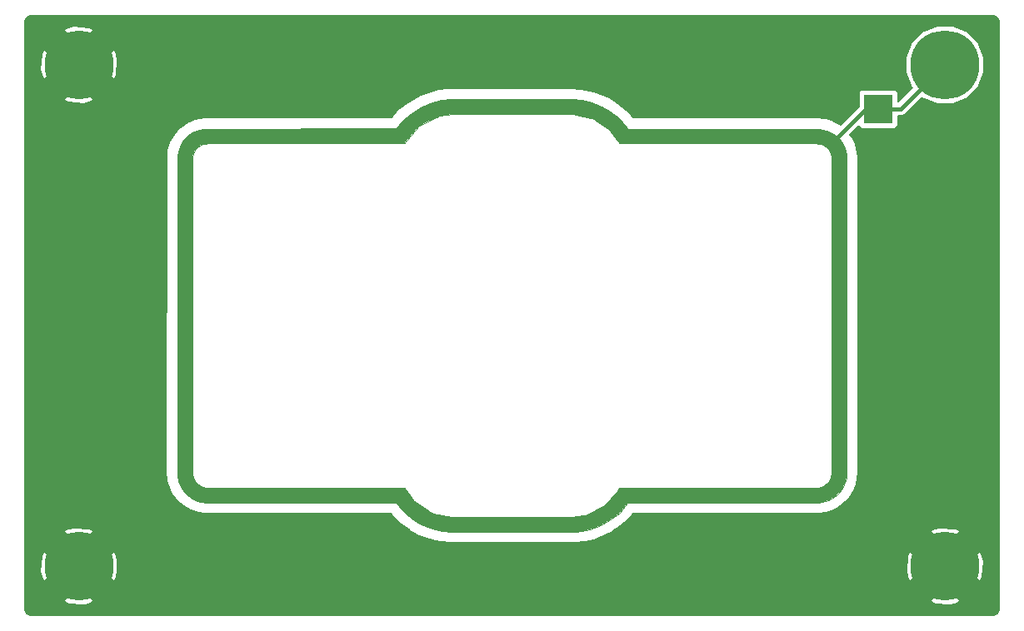
<source format=gbr>
G04 #@! TF.FileFunction,Copper,L1,Top,Signal*
%FSLAX46Y46*%
G04 Gerber Fmt 4.6, Leading zero omitted, Abs format (unit mm)*
G04 Created by KiCad (PCBNEW 0.201603210401+6634~43~ubuntu14.04.1-product) date Mon 18 Apr 2016 03:28:45 PM CEST*
%MOMM*%
G01*
G04 APERTURE LIST*
%ADD10C,0.100000*%
%ADD11C,7.000000*%
%ADD12C,1.524000*%
%ADD13R,2.999740X2.999740*%
%ADD14C,0.400000*%
%ADD15C,0.200000*%
G04 APERTURE END LIST*
D10*
D11*
X144000000Y-74500000D03*
X56000000Y-74500000D03*
X56000000Y-125500000D03*
X144000000Y-125500000D03*
D12*
X132600000Y-82400000D03*
D13*
X137250000Y-79025000D03*
D14*
X132490000Y-82480000D02*
X135970000Y-79000000D01*
X135970000Y-79000000D02*
X139500000Y-79000000D01*
X139500000Y-79000000D02*
X144000000Y-74500000D01*
D15*
G36*
X149168085Y-69594209D02*
X149310580Y-69689421D01*
X149405791Y-69831916D01*
X149450000Y-70054170D01*
X149450000Y-129945830D01*
X149405791Y-130168084D01*
X149310580Y-130310579D01*
X149168085Y-130405791D01*
X148945830Y-130450000D01*
X51054170Y-130450000D01*
X50831916Y-130405791D01*
X50689421Y-130310580D01*
X50594209Y-130168085D01*
X50550000Y-129945830D01*
X50550000Y-129045974D01*
X54433925Y-129045974D01*
X54945004Y-129333900D01*
X56492481Y-129445791D01*
X57054996Y-129333900D01*
X57566075Y-129045974D01*
X142433925Y-129045974D01*
X142945004Y-129333900D01*
X144492481Y-129445791D01*
X145054996Y-129333900D01*
X145566075Y-129045974D01*
X144000000Y-127479899D01*
X142433925Y-129045974D01*
X57566075Y-129045974D01*
X56000000Y-127479899D01*
X54433925Y-129045974D01*
X50550000Y-129045974D01*
X50550000Y-125992481D01*
X52054209Y-125992481D01*
X52166100Y-126554996D01*
X52454026Y-127066075D01*
X54020101Y-125500000D01*
X57979899Y-125500000D01*
X59545974Y-127066075D01*
X59833900Y-126554996D01*
X59874572Y-125992481D01*
X140054209Y-125992481D01*
X140166100Y-126554996D01*
X140454026Y-127066075D01*
X142020101Y-125500000D01*
X145979899Y-125500000D01*
X147545974Y-127066075D01*
X147833900Y-126554996D01*
X147945791Y-125007519D01*
X147833900Y-124445004D01*
X147545974Y-123933925D01*
X145979899Y-125500000D01*
X142020101Y-125500000D01*
X140454026Y-123933925D01*
X140166100Y-124445004D01*
X140054209Y-125992481D01*
X59874572Y-125992481D01*
X59945791Y-125007519D01*
X59833900Y-124445004D01*
X59545974Y-123933925D01*
X57979899Y-125500000D01*
X54020101Y-125500000D01*
X52454026Y-123933925D01*
X52166100Y-124445004D01*
X52054209Y-125992481D01*
X50550000Y-125992481D01*
X50550000Y-121954026D01*
X54433925Y-121954026D01*
X56000000Y-123520101D01*
X57566075Y-121954026D01*
X57054996Y-121666100D01*
X55507519Y-121554209D01*
X54945004Y-121666100D01*
X54433925Y-121954026D01*
X50550000Y-121954026D01*
X50550000Y-115929938D01*
X64850000Y-115929938D01*
X64850402Y-115938953D01*
X64930402Y-116828953D01*
X64935242Y-116851953D01*
X65225242Y-117711953D01*
X65231901Y-117727313D01*
X65521901Y-118267313D01*
X65532981Y-118283781D01*
X66062981Y-118923781D01*
X66077113Y-118937751D01*
X66757113Y-119487751D01*
X66772324Y-119497903D01*
X67362324Y-119817903D01*
X67382194Y-119826056D01*
X68142194Y-120046056D01*
X68155858Y-120048995D01*
X68785858Y-120138995D01*
X68800000Y-120140000D01*
X87675008Y-120140000D01*
X88035165Y-120546331D01*
X88040878Y-120552264D01*
X88730878Y-121212264D01*
X88740587Y-121220437D01*
X89620587Y-121870437D01*
X89631197Y-121877283D01*
X90561197Y-122397283D01*
X90577121Y-122404440D01*
X91927121Y-122874440D01*
X91939655Y-122877909D01*
X92709655Y-123037909D01*
X92720946Y-123039589D01*
X93820946Y-123139589D01*
X93830000Y-123140000D01*
X105950000Y-123140000D01*
X105952438Y-123139970D01*
X106362438Y-123129970D01*
X106369392Y-123129558D01*
X107429392Y-123029558D01*
X107443464Y-123027208D01*
X108313464Y-122817208D01*
X108325640Y-122813434D01*
X109295640Y-122443434D01*
X109304255Y-122439674D01*
X110074255Y-122059674D01*
X110084627Y-122053761D01*
X110237554Y-121954026D01*
X142433925Y-121954026D01*
X144000000Y-123520101D01*
X145566075Y-121954026D01*
X145054996Y-121666100D01*
X143507519Y-121554209D01*
X142945004Y-121666100D01*
X142433925Y-121954026D01*
X110237554Y-121954026D01*
X110774627Y-121603761D01*
X110782320Y-121598206D01*
X111422320Y-121088206D01*
X111431699Y-121079708D01*
X112131699Y-120359708D01*
X112135258Y-120355850D01*
X112315377Y-120150000D01*
X131070000Y-120150000D01*
X131080653Y-120149431D01*
X131920653Y-120059431D01*
X131943763Y-120054128D01*
X132863763Y-119724128D01*
X132885743Y-119713022D01*
X133585743Y-119243022D01*
X133600133Y-119231283D01*
X134220133Y-118621283D01*
X134235479Y-118601898D01*
X134745479Y-117761898D01*
X134752848Y-117747139D01*
X134992848Y-117147139D01*
X134999115Y-117123274D01*
X135149115Y-116003274D01*
X135150000Y-115990000D01*
X135150000Y-83850000D01*
X135149887Y-83845243D01*
X135129887Y-83425243D01*
X135126662Y-83404379D01*
X134906662Y-82574379D01*
X134900513Y-82557486D01*
X134590513Y-81897486D01*
X134579861Y-81879815D01*
X134365103Y-81594847D01*
X135272645Y-80687305D01*
X135279141Y-80719960D01*
X135389650Y-80885350D01*
X135555040Y-80995859D01*
X135750130Y-81034665D01*
X138749870Y-81034665D01*
X138944960Y-80995859D01*
X139110350Y-80885350D01*
X139220859Y-80719960D01*
X139259665Y-80524870D01*
X139259665Y-79700000D01*
X139500000Y-79700000D01*
X139767879Y-79646716D01*
X139994975Y-79494975D01*
X141666114Y-77823836D01*
X141731223Y-77889058D01*
X143200860Y-78499305D01*
X144792159Y-78500693D01*
X146262858Y-77893013D01*
X147389058Y-76768777D01*
X147999305Y-75299140D01*
X148000693Y-73707841D01*
X147393013Y-72237142D01*
X146268777Y-71110942D01*
X144799140Y-70500695D01*
X143207841Y-70499307D01*
X141737142Y-71106987D01*
X140610942Y-72231223D01*
X140000695Y-73700860D01*
X139999307Y-75292159D01*
X140606987Y-76762858D01*
X140677028Y-76833022D01*
X139259665Y-78250385D01*
X139259665Y-77525130D01*
X139220859Y-77330040D01*
X139110350Y-77164650D01*
X138944960Y-77054141D01*
X138749870Y-77015335D01*
X135750130Y-77015335D01*
X135555040Y-77054141D01*
X135389650Y-77164650D01*
X135279141Y-77330040D01*
X135240335Y-77525130D01*
X135240335Y-78739715D01*
X133369570Y-80610480D01*
X132731780Y-80224450D01*
X132710636Y-80214809D01*
X131840636Y-79934809D01*
X131819054Y-79930411D01*
X130939054Y-79850411D01*
X130930000Y-79850000D01*
X112321422Y-79850000D01*
X112303100Y-79831678D01*
X111825342Y-79284247D01*
X111813638Y-79272863D01*
X110613638Y-78282863D01*
X110601008Y-78273987D01*
X109741008Y-77763987D01*
X109727837Y-77757435D01*
X108357837Y-77197435D01*
X108340953Y-77192220D01*
X107080953Y-76922220D01*
X107066076Y-76920185D01*
X105916076Y-76850185D01*
X105909915Y-76850000D01*
X94089915Y-76860000D01*
X94088530Y-76860011D01*
X93408530Y-76870011D01*
X93396209Y-76870956D01*
X92606209Y-76980956D01*
X92597938Y-76982464D01*
X91757938Y-77172464D01*
X91745900Y-77175994D01*
X90725900Y-77545994D01*
X90710974Y-77552842D01*
X89270974Y-78362842D01*
X89256154Y-78373035D01*
X88376154Y-79103035D01*
X88364987Y-79113870D01*
X87724804Y-79840048D01*
X68839894Y-79860000D01*
X68824354Y-79861232D01*
X67814354Y-80021232D01*
X67790468Y-80028146D01*
X67000468Y-80368146D01*
X66981070Y-80379209D01*
X66131070Y-80999209D01*
X66113081Y-81016098D01*
X65573081Y-81666098D01*
X65561591Y-81683269D01*
X65191591Y-82383269D01*
X65184905Y-82399065D01*
X64914905Y-83229065D01*
X64910237Y-83253120D01*
X64870237Y-83833120D01*
X64870000Y-83839938D01*
X64850000Y-115929938D01*
X50550000Y-115929938D01*
X50550000Y-78045974D01*
X54433925Y-78045974D01*
X54945004Y-78333900D01*
X56492481Y-78445791D01*
X57054996Y-78333900D01*
X57566075Y-78045974D01*
X56000000Y-76479899D01*
X54433925Y-78045974D01*
X50550000Y-78045974D01*
X50550000Y-74992481D01*
X52054209Y-74992481D01*
X52166100Y-75554996D01*
X52454026Y-76066075D01*
X54020101Y-74500000D01*
X57979899Y-74500000D01*
X59545974Y-76066075D01*
X59833900Y-75554996D01*
X59945791Y-74007519D01*
X59833900Y-73445004D01*
X59545974Y-72933925D01*
X57979899Y-74500000D01*
X54020101Y-74500000D01*
X52454026Y-72933925D01*
X52166100Y-73445004D01*
X52054209Y-74992481D01*
X50550000Y-74992481D01*
X50550000Y-70954026D01*
X54433925Y-70954026D01*
X56000000Y-72520101D01*
X57566075Y-70954026D01*
X57054996Y-70666100D01*
X55507519Y-70554209D01*
X54945004Y-70666100D01*
X54433925Y-70954026D01*
X50550000Y-70954026D01*
X50550000Y-70054170D01*
X50594209Y-69831915D01*
X50689421Y-69689420D01*
X50831916Y-69594209D01*
X51054170Y-69550000D01*
X148945830Y-69550000D01*
X149168085Y-69594209D01*
X149168085Y-69594209D01*
G37*
X149168085Y-69594209D02*
X149310580Y-69689421D01*
X149405791Y-69831916D01*
X149450000Y-70054170D01*
X149450000Y-129945830D01*
X149405791Y-130168084D01*
X149310580Y-130310579D01*
X149168085Y-130405791D01*
X148945830Y-130450000D01*
X51054170Y-130450000D01*
X50831916Y-130405791D01*
X50689421Y-130310580D01*
X50594209Y-130168085D01*
X50550000Y-129945830D01*
X50550000Y-129045974D01*
X54433925Y-129045974D01*
X54945004Y-129333900D01*
X56492481Y-129445791D01*
X57054996Y-129333900D01*
X57566075Y-129045974D01*
X142433925Y-129045974D01*
X142945004Y-129333900D01*
X144492481Y-129445791D01*
X145054996Y-129333900D01*
X145566075Y-129045974D01*
X144000000Y-127479899D01*
X142433925Y-129045974D01*
X57566075Y-129045974D01*
X56000000Y-127479899D01*
X54433925Y-129045974D01*
X50550000Y-129045974D01*
X50550000Y-125992481D01*
X52054209Y-125992481D01*
X52166100Y-126554996D01*
X52454026Y-127066075D01*
X54020101Y-125500000D01*
X57979899Y-125500000D01*
X59545974Y-127066075D01*
X59833900Y-126554996D01*
X59874572Y-125992481D01*
X140054209Y-125992481D01*
X140166100Y-126554996D01*
X140454026Y-127066075D01*
X142020101Y-125500000D01*
X145979899Y-125500000D01*
X147545974Y-127066075D01*
X147833900Y-126554996D01*
X147945791Y-125007519D01*
X147833900Y-124445004D01*
X147545974Y-123933925D01*
X145979899Y-125500000D01*
X142020101Y-125500000D01*
X140454026Y-123933925D01*
X140166100Y-124445004D01*
X140054209Y-125992481D01*
X59874572Y-125992481D01*
X59945791Y-125007519D01*
X59833900Y-124445004D01*
X59545974Y-123933925D01*
X57979899Y-125500000D01*
X54020101Y-125500000D01*
X52454026Y-123933925D01*
X52166100Y-124445004D01*
X52054209Y-125992481D01*
X50550000Y-125992481D01*
X50550000Y-121954026D01*
X54433925Y-121954026D01*
X56000000Y-123520101D01*
X57566075Y-121954026D01*
X57054996Y-121666100D01*
X55507519Y-121554209D01*
X54945004Y-121666100D01*
X54433925Y-121954026D01*
X50550000Y-121954026D01*
X50550000Y-115929938D01*
X64850000Y-115929938D01*
X64850402Y-115938953D01*
X64930402Y-116828953D01*
X64935242Y-116851953D01*
X65225242Y-117711953D01*
X65231901Y-117727313D01*
X65521901Y-118267313D01*
X65532981Y-118283781D01*
X66062981Y-118923781D01*
X66077113Y-118937751D01*
X66757113Y-119487751D01*
X66772324Y-119497903D01*
X67362324Y-119817903D01*
X67382194Y-119826056D01*
X68142194Y-120046056D01*
X68155858Y-120048995D01*
X68785858Y-120138995D01*
X68800000Y-120140000D01*
X87675008Y-120140000D01*
X88035165Y-120546331D01*
X88040878Y-120552264D01*
X88730878Y-121212264D01*
X88740587Y-121220437D01*
X89620587Y-121870437D01*
X89631197Y-121877283D01*
X90561197Y-122397283D01*
X90577121Y-122404440D01*
X91927121Y-122874440D01*
X91939655Y-122877909D01*
X92709655Y-123037909D01*
X92720946Y-123039589D01*
X93820946Y-123139589D01*
X93830000Y-123140000D01*
X105950000Y-123140000D01*
X105952438Y-123139970D01*
X106362438Y-123129970D01*
X106369392Y-123129558D01*
X107429392Y-123029558D01*
X107443464Y-123027208D01*
X108313464Y-122817208D01*
X108325640Y-122813434D01*
X109295640Y-122443434D01*
X109304255Y-122439674D01*
X110074255Y-122059674D01*
X110084627Y-122053761D01*
X110237554Y-121954026D01*
X142433925Y-121954026D01*
X144000000Y-123520101D01*
X145566075Y-121954026D01*
X145054996Y-121666100D01*
X143507519Y-121554209D01*
X142945004Y-121666100D01*
X142433925Y-121954026D01*
X110237554Y-121954026D01*
X110774627Y-121603761D01*
X110782320Y-121598206D01*
X111422320Y-121088206D01*
X111431699Y-121079708D01*
X112131699Y-120359708D01*
X112135258Y-120355850D01*
X112315377Y-120150000D01*
X131070000Y-120150000D01*
X131080653Y-120149431D01*
X131920653Y-120059431D01*
X131943763Y-120054128D01*
X132863763Y-119724128D01*
X132885743Y-119713022D01*
X133585743Y-119243022D01*
X133600133Y-119231283D01*
X134220133Y-118621283D01*
X134235479Y-118601898D01*
X134745479Y-117761898D01*
X134752848Y-117747139D01*
X134992848Y-117147139D01*
X134999115Y-117123274D01*
X135149115Y-116003274D01*
X135150000Y-115990000D01*
X135150000Y-83850000D01*
X135149887Y-83845243D01*
X135129887Y-83425243D01*
X135126662Y-83404379D01*
X134906662Y-82574379D01*
X134900513Y-82557486D01*
X134590513Y-81897486D01*
X134579861Y-81879815D01*
X134365103Y-81594847D01*
X135272645Y-80687305D01*
X135279141Y-80719960D01*
X135389650Y-80885350D01*
X135555040Y-80995859D01*
X135750130Y-81034665D01*
X138749870Y-81034665D01*
X138944960Y-80995859D01*
X139110350Y-80885350D01*
X139220859Y-80719960D01*
X139259665Y-80524870D01*
X139259665Y-79700000D01*
X139500000Y-79700000D01*
X139767879Y-79646716D01*
X139994975Y-79494975D01*
X141666114Y-77823836D01*
X141731223Y-77889058D01*
X143200860Y-78499305D01*
X144792159Y-78500693D01*
X146262858Y-77893013D01*
X147389058Y-76768777D01*
X147999305Y-75299140D01*
X148000693Y-73707841D01*
X147393013Y-72237142D01*
X146268777Y-71110942D01*
X144799140Y-70500695D01*
X143207841Y-70499307D01*
X141737142Y-71106987D01*
X140610942Y-72231223D01*
X140000695Y-73700860D01*
X139999307Y-75292159D01*
X140606987Y-76762858D01*
X140677028Y-76833022D01*
X139259665Y-78250385D01*
X139259665Y-77525130D01*
X139220859Y-77330040D01*
X139110350Y-77164650D01*
X138944960Y-77054141D01*
X138749870Y-77015335D01*
X135750130Y-77015335D01*
X135555040Y-77054141D01*
X135389650Y-77164650D01*
X135279141Y-77330040D01*
X135240335Y-77525130D01*
X135240335Y-78739715D01*
X133369570Y-80610480D01*
X132731780Y-80224450D01*
X132710636Y-80214809D01*
X131840636Y-79934809D01*
X131819054Y-79930411D01*
X130939054Y-79850411D01*
X130930000Y-79850000D01*
X112321422Y-79850000D01*
X112303100Y-79831678D01*
X111825342Y-79284247D01*
X111813638Y-79272863D01*
X110613638Y-78282863D01*
X110601008Y-78273987D01*
X109741008Y-77763987D01*
X109727837Y-77757435D01*
X108357837Y-77197435D01*
X108340953Y-77192220D01*
X107080953Y-76922220D01*
X107066076Y-76920185D01*
X105916076Y-76850185D01*
X105909915Y-76850000D01*
X94089915Y-76860000D01*
X94088530Y-76860011D01*
X93408530Y-76870011D01*
X93396209Y-76870956D01*
X92606209Y-76980956D01*
X92597938Y-76982464D01*
X91757938Y-77172464D01*
X91745900Y-77175994D01*
X90725900Y-77545994D01*
X90710974Y-77552842D01*
X89270974Y-78362842D01*
X89256154Y-78373035D01*
X88376154Y-79103035D01*
X88364987Y-79113870D01*
X87724804Y-79840048D01*
X68839894Y-79860000D01*
X68824354Y-79861232D01*
X67814354Y-80021232D01*
X67790468Y-80028146D01*
X67000468Y-80368146D01*
X66981070Y-80379209D01*
X66131070Y-80999209D01*
X66113081Y-81016098D01*
X65573081Y-81666098D01*
X65561591Y-81683269D01*
X65191591Y-82383269D01*
X65184905Y-82399065D01*
X64914905Y-83229065D01*
X64910237Y-83253120D01*
X64870237Y-83833120D01*
X64870000Y-83839938D01*
X64850000Y-115929938D01*
X50550000Y-115929938D01*
X50550000Y-78045974D01*
X54433925Y-78045974D01*
X54945004Y-78333900D01*
X56492481Y-78445791D01*
X57054996Y-78333900D01*
X57566075Y-78045974D01*
X56000000Y-76479899D01*
X54433925Y-78045974D01*
X50550000Y-78045974D01*
X50550000Y-74992481D01*
X52054209Y-74992481D01*
X52166100Y-75554996D01*
X52454026Y-76066075D01*
X54020101Y-74500000D01*
X57979899Y-74500000D01*
X59545974Y-76066075D01*
X59833900Y-75554996D01*
X59945791Y-74007519D01*
X59833900Y-73445004D01*
X59545974Y-72933925D01*
X57979899Y-74500000D01*
X54020101Y-74500000D01*
X52454026Y-72933925D01*
X52166100Y-73445004D01*
X52054209Y-74992481D01*
X50550000Y-74992481D01*
X50550000Y-70954026D01*
X54433925Y-70954026D01*
X56000000Y-72520101D01*
X57566075Y-70954026D01*
X57054996Y-70666100D01*
X55507519Y-70554209D01*
X54945004Y-70666100D01*
X54433925Y-70954026D01*
X50550000Y-70954026D01*
X50550000Y-70054170D01*
X50594209Y-69831915D01*
X50689421Y-69689420D01*
X50831916Y-69594209D01*
X51054170Y-69550000D01*
X148945830Y-69550000D01*
X149168085Y-69594209D01*
D10*
G36*
X107151828Y-78089466D02*
X108094752Y-78317753D01*
X109137981Y-78735044D01*
X109901740Y-79181397D01*
X110755930Y-79856803D01*
X111481934Y-80642479D01*
X111740725Y-80970944D01*
X111755557Y-80983618D01*
X111779923Y-80990000D01*
X131195617Y-81019993D01*
X131984053Y-81157970D01*
X132761043Y-81551382D01*
X133222200Y-81983103D01*
X133615882Y-82534259D01*
X133911894Y-83264422D01*
X134000000Y-83704951D01*
X134000000Y-116037966D01*
X133960598Y-116520644D01*
X133773558Y-117140829D01*
X133537940Y-117582613D01*
X133074326Y-118174460D01*
X132702390Y-118468094D01*
X132120589Y-118783647D01*
X131540123Y-118960738D01*
X131147505Y-119000000D01*
X111760000Y-119000000D01*
X111740866Y-119003806D01*
X111720957Y-119018765D01*
X110924331Y-120014547D01*
X110141414Y-120648809D01*
X109027695Y-121305108D01*
X107915966Y-121761711D01*
X106575337Y-122000045D01*
X105589812Y-122010000D01*
X93912097Y-122000002D01*
X92957927Y-121920488D01*
X91875389Y-121662268D01*
X90762735Y-121205284D01*
X89809623Y-120619518D01*
X88935759Y-119864817D01*
X88380736Y-119200771D01*
X88272664Y-119023927D01*
X88259439Y-119009585D01*
X88241732Y-119001396D01*
X88230000Y-119000000D01*
X69082464Y-119000000D01*
X68280376Y-118920781D01*
X67652938Y-118714903D01*
X66914487Y-118183219D01*
X66413326Y-117573965D01*
X66098090Y-116815427D01*
X65970008Y-116165167D01*
X65990000Y-104460085D01*
X65990000Y-84000000D01*
X67500000Y-84000000D01*
X67500000Y-116000000D01*
X67509607Y-116048298D01*
X67509607Y-116097545D01*
X67585727Y-116480228D01*
X67660385Y-116660468D01*
X67877158Y-116984892D01*
X68015108Y-117122842D01*
X68339532Y-117339615D01*
X68519772Y-117414273D01*
X68902455Y-117490393D01*
X68951702Y-117490393D01*
X69000000Y-117500000D01*
X89092522Y-117500000D01*
X89236860Y-117750000D01*
X89258608Y-117774798D01*
X89273196Y-117804381D01*
X90067789Y-118839915D01*
X90129061Y-118893649D01*
X90186681Y-118951269D01*
X91808798Y-120035133D01*
X91989038Y-120109791D01*
X93902455Y-120490393D01*
X93951702Y-120490393D01*
X94000000Y-120500000D01*
X106000000Y-120500000D01*
X106032351Y-120493565D01*
X106065263Y-120495722D01*
X107359358Y-120325351D01*
X107436526Y-120299156D01*
X107515239Y-120278065D01*
X109264947Y-119415205D01*
X109264951Y-119415204D01*
X109419727Y-119296440D01*
X110706047Y-117829673D01*
X110730670Y-117787025D01*
X110763140Y-117750000D01*
X110907478Y-117500000D01*
X131000000Y-117500000D01*
X131048298Y-117490393D01*
X131097545Y-117490393D01*
X131480228Y-117414273D01*
X131660468Y-117339615D01*
X131984892Y-117122842D01*
X132122842Y-116984892D01*
X132339615Y-116660468D01*
X132414273Y-116480228D01*
X132490393Y-116097545D01*
X132490393Y-116048298D01*
X132500000Y-116000000D01*
X132500000Y-84000000D01*
X132490393Y-83951702D01*
X132490393Y-83902455D01*
X132414273Y-83519772D01*
X132339615Y-83339532D01*
X132122842Y-83015108D01*
X131984892Y-82877158D01*
X131660468Y-82660385D01*
X131480228Y-82585727D01*
X131097545Y-82509607D01*
X131048298Y-82509607D01*
X131000000Y-82500000D01*
X110907477Y-82500000D01*
X110763140Y-82250000D01*
X110741392Y-82225202D01*
X110726804Y-82195619D01*
X109932211Y-81160085D01*
X109870943Y-81106354D01*
X109813319Y-81048731D01*
X108191202Y-79964867D01*
X108010962Y-79890209D01*
X106097545Y-79509607D01*
X106048298Y-79509607D01*
X106000000Y-79500000D01*
X94000000Y-79500000D01*
X93967649Y-79506435D01*
X93934737Y-79504278D01*
X92640642Y-79674649D01*
X92563476Y-79700843D01*
X92484761Y-79721935D01*
X90735053Y-80584795D01*
X90735049Y-80584796D01*
X90580273Y-80703560D01*
X89293953Y-82170327D01*
X89269331Y-82212974D01*
X89236860Y-82250000D01*
X89092523Y-82500000D01*
X69000000Y-82500000D01*
X68951702Y-82509607D01*
X68902455Y-82509607D01*
X68519772Y-82585727D01*
X68339532Y-82660385D01*
X68015108Y-82877158D01*
X67877158Y-83015108D01*
X67660385Y-83339532D01*
X67585727Y-83519772D01*
X67509607Y-83902455D01*
X67509607Y-83951702D01*
X67500000Y-84000000D01*
X65990000Y-84000000D01*
X65990000Y-83804140D01*
X66068587Y-83332616D01*
X66315221Y-82642043D01*
X66619436Y-82161186D01*
X67052514Y-81718266D01*
X67514403Y-81393960D01*
X68164973Y-81117961D01*
X68735156Y-80999992D01*
X88240077Y-80970000D01*
X88259205Y-80966164D01*
X88278072Y-80952412D01*
X88906347Y-80214438D01*
X89680823Y-79479679D01*
X90753883Y-78804048D01*
X91636670Y-78397371D01*
X92828761Y-78099348D01*
X93852660Y-77990000D01*
X106047756Y-77990000D01*
X107151828Y-78089466D01*
X107151828Y-78089466D01*
G37*
X107151828Y-78089466D02*
X108094752Y-78317753D01*
X109137981Y-78735044D01*
X109901740Y-79181397D01*
X110755930Y-79856803D01*
X111481934Y-80642479D01*
X111740725Y-80970944D01*
X111755557Y-80983618D01*
X111779923Y-80990000D01*
X131195617Y-81019993D01*
X131984053Y-81157970D01*
X132761043Y-81551382D01*
X133222200Y-81983103D01*
X133615882Y-82534259D01*
X133911894Y-83264422D01*
X134000000Y-83704951D01*
X134000000Y-116037966D01*
X133960598Y-116520644D01*
X133773558Y-117140829D01*
X133537940Y-117582613D01*
X133074326Y-118174460D01*
X132702390Y-118468094D01*
X132120589Y-118783647D01*
X131540123Y-118960738D01*
X131147505Y-119000000D01*
X111760000Y-119000000D01*
X111740866Y-119003806D01*
X111720957Y-119018765D01*
X110924331Y-120014547D01*
X110141414Y-120648809D01*
X109027695Y-121305108D01*
X107915966Y-121761711D01*
X106575337Y-122000045D01*
X105589812Y-122010000D01*
X93912097Y-122000002D01*
X92957927Y-121920488D01*
X91875389Y-121662268D01*
X90762735Y-121205284D01*
X89809623Y-120619518D01*
X88935759Y-119864817D01*
X88380736Y-119200771D01*
X88272664Y-119023927D01*
X88259439Y-119009585D01*
X88241732Y-119001396D01*
X88230000Y-119000000D01*
X69082464Y-119000000D01*
X68280376Y-118920781D01*
X67652938Y-118714903D01*
X66914487Y-118183219D01*
X66413326Y-117573965D01*
X66098090Y-116815427D01*
X65970008Y-116165167D01*
X65990000Y-104460085D01*
X65990000Y-84000000D01*
X67500000Y-84000000D01*
X67500000Y-116000000D01*
X67509607Y-116048298D01*
X67509607Y-116097545D01*
X67585727Y-116480228D01*
X67660385Y-116660468D01*
X67877158Y-116984892D01*
X68015108Y-117122842D01*
X68339532Y-117339615D01*
X68519772Y-117414273D01*
X68902455Y-117490393D01*
X68951702Y-117490393D01*
X69000000Y-117500000D01*
X89092522Y-117500000D01*
X89236860Y-117750000D01*
X89258608Y-117774798D01*
X89273196Y-117804381D01*
X90067789Y-118839915D01*
X90129061Y-118893649D01*
X90186681Y-118951269D01*
X91808798Y-120035133D01*
X91989038Y-120109791D01*
X93902455Y-120490393D01*
X93951702Y-120490393D01*
X94000000Y-120500000D01*
X106000000Y-120500000D01*
X106032351Y-120493565D01*
X106065263Y-120495722D01*
X107359358Y-120325351D01*
X107436526Y-120299156D01*
X107515239Y-120278065D01*
X109264947Y-119415205D01*
X109264951Y-119415204D01*
X109419727Y-119296440D01*
X110706047Y-117829673D01*
X110730670Y-117787025D01*
X110763140Y-117750000D01*
X110907478Y-117500000D01*
X131000000Y-117500000D01*
X131048298Y-117490393D01*
X131097545Y-117490393D01*
X131480228Y-117414273D01*
X131660468Y-117339615D01*
X131984892Y-117122842D01*
X132122842Y-116984892D01*
X132339615Y-116660468D01*
X132414273Y-116480228D01*
X132490393Y-116097545D01*
X132490393Y-116048298D01*
X132500000Y-116000000D01*
X132500000Y-84000000D01*
X132490393Y-83951702D01*
X132490393Y-83902455D01*
X132414273Y-83519772D01*
X132339615Y-83339532D01*
X132122842Y-83015108D01*
X131984892Y-82877158D01*
X131660468Y-82660385D01*
X131480228Y-82585727D01*
X131097545Y-82509607D01*
X131048298Y-82509607D01*
X131000000Y-82500000D01*
X110907477Y-82500000D01*
X110763140Y-82250000D01*
X110741392Y-82225202D01*
X110726804Y-82195619D01*
X109932211Y-81160085D01*
X109870943Y-81106354D01*
X109813319Y-81048731D01*
X108191202Y-79964867D01*
X108010962Y-79890209D01*
X106097545Y-79509607D01*
X106048298Y-79509607D01*
X106000000Y-79500000D01*
X94000000Y-79500000D01*
X93967649Y-79506435D01*
X93934737Y-79504278D01*
X92640642Y-79674649D01*
X92563476Y-79700843D01*
X92484761Y-79721935D01*
X90735053Y-80584795D01*
X90735049Y-80584796D01*
X90580273Y-80703560D01*
X89293953Y-82170327D01*
X89269331Y-82212974D01*
X89236860Y-82250000D01*
X89092523Y-82500000D01*
X69000000Y-82500000D01*
X68951702Y-82509607D01*
X68902455Y-82509607D01*
X68519772Y-82585727D01*
X68339532Y-82660385D01*
X68015108Y-82877158D01*
X67877158Y-83015108D01*
X67660385Y-83339532D01*
X67585727Y-83519772D01*
X67509607Y-83902455D01*
X67509607Y-83951702D01*
X67500000Y-84000000D01*
X65990000Y-84000000D01*
X65990000Y-83804140D01*
X66068587Y-83332616D01*
X66315221Y-82642043D01*
X66619436Y-82161186D01*
X67052514Y-81718266D01*
X67514403Y-81393960D01*
X68164973Y-81117961D01*
X68735156Y-80999992D01*
X88240077Y-80970000D01*
X88259205Y-80966164D01*
X88278072Y-80952412D01*
X88906347Y-80214438D01*
X89680823Y-79479679D01*
X90753883Y-78804048D01*
X91636670Y-78397371D01*
X92828761Y-78099348D01*
X93852660Y-77990000D01*
X106047756Y-77990000D01*
X107151828Y-78089466D01*
M02*

</source>
